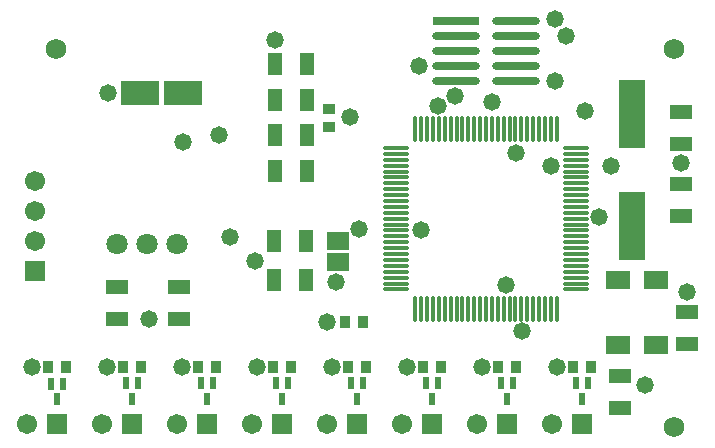
<source format=gts>
G04 Layer_Color=8388736*
%FSLAX23Y23*%
%MOIN*%
G70*
G01*
G75*
%ADD36O,0.085X0.016*%
%ADD37O,0.016X0.085*%
%ADD38R,0.091X0.228*%
%ADD39R,0.158X0.028*%
%ADD40O,0.158X0.028*%
%ADD41R,0.036X0.043*%
%ADD42R,0.051X0.075*%
%ADD43R,0.075X0.061*%
%ADD44R,0.043X0.036*%
%ADD45R,0.128X0.079*%
%ADD46R,0.075X0.051*%
%ADD47R,0.024X0.043*%
%ADD48R,0.083X0.059*%
%ADD49C,0.071*%
%ADD50C,0.068*%
%ADD51C,0.067*%
%ADD52R,0.067X0.067*%
%ADD53R,0.067X0.067*%
%ADD54C,0.058*%
D36*
X2315Y2081D02*
D03*
Y2062D02*
D03*
Y2042D02*
D03*
Y2022D02*
D03*
Y2002D02*
D03*
Y1983D02*
D03*
Y1963D02*
D03*
Y1943D02*
D03*
Y1924D02*
D03*
Y1904D02*
D03*
Y1884D02*
D03*
Y1865D02*
D03*
Y1845D02*
D03*
Y1825D02*
D03*
Y1806D02*
D03*
Y1786D02*
D03*
Y1766D02*
D03*
Y1747D02*
D03*
Y1727D02*
D03*
Y1707D02*
D03*
Y1688D02*
D03*
Y1668D02*
D03*
Y1648D02*
D03*
Y1628D02*
D03*
Y1609D02*
D03*
X2915D02*
D03*
Y1628D02*
D03*
Y1648D02*
D03*
Y1668D02*
D03*
Y1688D02*
D03*
Y1707D02*
D03*
Y1727D02*
D03*
Y1747D02*
D03*
Y1766D02*
D03*
Y1786D02*
D03*
Y1806D02*
D03*
Y1825D02*
D03*
Y1845D02*
D03*
Y1865D02*
D03*
Y1884D02*
D03*
Y1904D02*
D03*
Y1924D02*
D03*
Y1943D02*
D03*
Y1963D02*
D03*
Y1983D02*
D03*
Y2002D02*
D03*
Y2022D02*
D03*
Y2042D02*
D03*
Y2062D02*
D03*
Y2081D02*
D03*
D37*
X2379Y1545D02*
D03*
X2398D02*
D03*
X2418D02*
D03*
X2438D02*
D03*
X2458D02*
D03*
X2477D02*
D03*
X2497D02*
D03*
X2517D02*
D03*
X2536D02*
D03*
X2556D02*
D03*
X2576D02*
D03*
X2595D02*
D03*
X2615D02*
D03*
X2635D02*
D03*
X2654D02*
D03*
X2674D02*
D03*
X2694D02*
D03*
X2713D02*
D03*
X2733D02*
D03*
X2753D02*
D03*
X2772D02*
D03*
X2792D02*
D03*
X2812D02*
D03*
X2832D02*
D03*
X2851D02*
D03*
Y2145D02*
D03*
X2832D02*
D03*
X2812D02*
D03*
X2792D02*
D03*
X2772D02*
D03*
X2753D02*
D03*
X2733D02*
D03*
X2713D02*
D03*
X2694D02*
D03*
X2674D02*
D03*
X2654D02*
D03*
X2635D02*
D03*
X2615D02*
D03*
X2595D02*
D03*
X2576D02*
D03*
X2556D02*
D03*
X2536D02*
D03*
X2517D02*
D03*
X2497D02*
D03*
X2477D02*
D03*
X2458D02*
D03*
X2438D02*
D03*
X2418D02*
D03*
X2398D02*
D03*
X2379D02*
D03*
D38*
X3100Y2194D02*
D03*
Y1820D02*
D03*
D39*
X2515Y2505D02*
D03*
D40*
Y2455D02*
D03*
Y2405D02*
D03*
Y2355D02*
D03*
Y2305D02*
D03*
X2715Y2505D02*
D03*
Y2455D02*
D03*
Y2405D02*
D03*
Y2355D02*
D03*
Y2305D02*
D03*
D41*
X2146Y1500D02*
D03*
X2205D02*
D03*
X2905Y1350D02*
D03*
X2965D02*
D03*
X2655D02*
D03*
X2715D02*
D03*
X2405D02*
D03*
X2465D02*
D03*
X2155D02*
D03*
X2215D02*
D03*
X1906Y1350D02*
D03*
X1965D02*
D03*
X1655Y1350D02*
D03*
X1715D02*
D03*
X1406Y1350D02*
D03*
X1465D02*
D03*
X1156D02*
D03*
X1215D02*
D03*
D42*
X2015Y1770D02*
D03*
X1909D02*
D03*
X2015Y1640D02*
D03*
X1909D02*
D03*
X1912Y2005D02*
D03*
X2018D02*
D03*
X1912Y2125D02*
D03*
X2018D02*
D03*
X1912Y2360D02*
D03*
X2018D02*
D03*
X1912Y2240D02*
D03*
X2018D02*
D03*
D43*
X2120Y1771D02*
D03*
Y1699D02*
D03*
D44*
X2090Y2151D02*
D03*
Y2210D02*
D03*
D45*
X1604Y2265D02*
D03*
X1460D02*
D03*
D46*
X1590Y1618D02*
D03*
Y1512D02*
D03*
X1385Y1618D02*
D03*
Y1512D02*
D03*
X3060Y1321D02*
D03*
Y1215D02*
D03*
X3285Y1427D02*
D03*
Y1533D02*
D03*
X3265Y1855D02*
D03*
Y1961D02*
D03*
Y2201D02*
D03*
Y2095D02*
D03*
D47*
X2935Y1244D02*
D03*
X2915Y1296D02*
D03*
X2955D02*
D03*
X2685Y1244D02*
D03*
X2665Y1296D02*
D03*
X2705D02*
D03*
X2435Y1244D02*
D03*
X2415Y1296D02*
D03*
X2455D02*
D03*
X2185Y1245D02*
D03*
X2165Y1296D02*
D03*
X2205D02*
D03*
X1935Y1245D02*
D03*
X1915Y1296D02*
D03*
X1955D02*
D03*
X1685Y1244D02*
D03*
X1665Y1296D02*
D03*
X1705D02*
D03*
X1435Y1245D02*
D03*
X1415Y1296D02*
D03*
X1455D02*
D03*
X1185Y1244D02*
D03*
X1166Y1295D02*
D03*
X1205D02*
D03*
D48*
X3180Y1425D02*
D03*
Y1642D02*
D03*
X3054Y1425D02*
D03*
Y1642D02*
D03*
D49*
X1585Y1760D02*
D03*
X1485D02*
D03*
X1385D02*
D03*
D50*
X3240Y1150D02*
D03*
Y2410D02*
D03*
X1180D02*
D03*
D51*
X1110Y1970D02*
D03*
Y1870D02*
D03*
Y1770D02*
D03*
X2835Y1160D02*
D03*
X2585D02*
D03*
X2335D02*
D03*
X2085D02*
D03*
X1835D02*
D03*
X1585D02*
D03*
X1335D02*
D03*
X1085D02*
D03*
D52*
X1110Y1670D02*
D03*
D53*
X2935Y1160D02*
D03*
X2685D02*
D03*
X2435D02*
D03*
X2185D02*
D03*
X1935D02*
D03*
X1685D02*
D03*
X1435D02*
D03*
X1185D02*
D03*
D54*
X3030Y2020D02*
D03*
X2510Y2255D02*
D03*
X2635Y2235D02*
D03*
X2190Y1810D02*
D03*
X2735Y1470D02*
D03*
X2850Y1350D02*
D03*
X2100D02*
D03*
X1350D02*
D03*
X2115Y1635D02*
D03*
X2399Y1806D02*
D03*
X3285Y1600D02*
D03*
X3145Y1290D02*
D03*
X2833Y2022D02*
D03*
X3265Y2030D02*
D03*
X2715Y2065D02*
D03*
X2390Y2355D02*
D03*
X1912Y2442D02*
D03*
X1725Y2125D02*
D03*
X1845Y1705D02*
D03*
X1355Y2265D02*
D03*
X1490Y1512D02*
D03*
X2600Y1350D02*
D03*
X2350D02*
D03*
X1850D02*
D03*
X1600D02*
D03*
X1100D02*
D03*
X2990Y1850D02*
D03*
X1605Y2100D02*
D03*
X1760Y1785D02*
D03*
X2085Y1500D02*
D03*
X2680Y1625D02*
D03*
X2160Y2185D02*
D03*
X2455Y2220D02*
D03*
X2880Y2455D02*
D03*
X2845Y2510D02*
D03*
X2945Y2205D02*
D03*
X2845Y2305D02*
D03*
M02*

</source>
